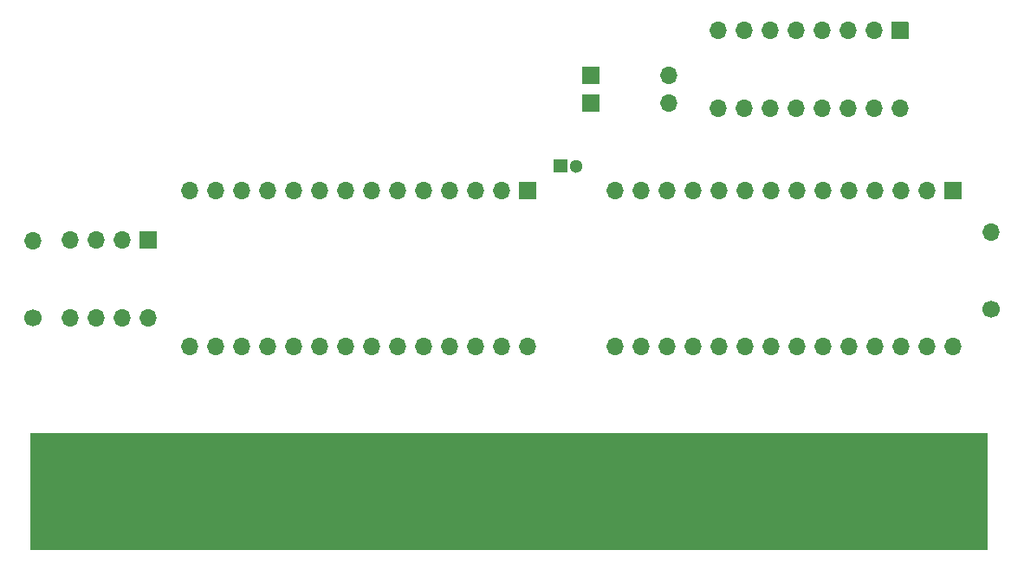
<source format=gbr>
%TF.GenerationSoftware,KiCad,Pcbnew,(5.1.9)-1*%
%TF.CreationDate,2022-04-25T20:02:04-07:00*%
%TF.ProjectId,NES-CN-ROM-256-05,4e45532d-434e-42d5-924f-4d2d3235362d,v01*%
%TF.SameCoordinates,Original*%
%TF.FileFunction,Soldermask,Bot*%
%TF.FilePolarity,Negative*%
%FSLAX46Y46*%
G04 Gerber Fmt 4.6, Leading zero omitted, Abs format (unit mm)*
G04 Created by KiCad (PCBNEW (5.1.9)-1) date 2022-04-25 20:02:04*
%MOMM*%
%LPD*%
G01*
G04 APERTURE LIST*
%ADD10C,0.100000*%
%ADD11C,1.300000*%
%ADD12O,1.700000X1.700000*%
%ADD13C,1.700000*%
G04 APERTURE END LIST*
D10*
%TO.C,EDGE1*%
G36*
X210000000Y-125000000D02*
G01*
X116500000Y-125000000D01*
X116500000Y-113700000D01*
X210000000Y-113700000D01*
X210000000Y-125000000D01*
G37*
X210000000Y-125000000D02*
X116500000Y-125000000D01*
X116500000Y-113700000D01*
X210000000Y-113700000D01*
X210000000Y-125000000D01*
%TD*%
%TO.C,C1*%
G36*
G01*
X167700000Y-88150000D02*
X167700000Y-86950000D01*
G75*
G02*
X167750000Y-86900000I50000J0D01*
G01*
X168950000Y-86900000D01*
G75*
G02*
X169000000Y-86950000I0J-50000D01*
G01*
X169000000Y-88150000D01*
G75*
G02*
X168950000Y-88200000I-50000J0D01*
G01*
X167750000Y-88200000D01*
G75*
G02*
X167700000Y-88150000I0J50000D01*
G01*
G37*
D11*
X169850000Y-87550000D03*
%TD*%
D12*
%TO.C,C2*%
X116800000Y-94900000D03*
D13*
X116800000Y-102400000D03*
%TD*%
%TO.C,C3*%
X210450000Y-101550000D03*
D12*
X210450000Y-94050000D03*
%TD*%
%TO.C,D1*%
X178920000Y-78700000D03*
G36*
G01*
X170450000Y-79500000D02*
X170450000Y-77900000D01*
G75*
G02*
X170500000Y-77850000I50000J0D01*
G01*
X172100000Y-77850000D01*
G75*
G02*
X172150000Y-77900000I0J-50000D01*
G01*
X172150000Y-79500000D01*
G75*
G02*
X172100000Y-79550000I-50000J0D01*
G01*
X170500000Y-79550000D01*
G75*
G02*
X170450000Y-79500000I0J50000D01*
G01*
G37*
%TD*%
%TO.C,D2*%
G36*
G01*
X170450000Y-82200000D02*
X170450000Y-80600000D01*
G75*
G02*
X170500000Y-80550000I50000J0D01*
G01*
X172100000Y-80550000D01*
G75*
G02*
X172150000Y-80600000I0J-50000D01*
G01*
X172150000Y-82200000D01*
G75*
G02*
X172100000Y-82250000I-50000J0D01*
G01*
X170500000Y-82250000D01*
G75*
G02*
X170450000Y-82200000I0J50000D01*
G01*
G37*
X178920000Y-81400000D03*
%TD*%
%TO.C,U2*%
X201500000Y-81920000D03*
X183720000Y-74300000D03*
X198960000Y-81920000D03*
X186260000Y-74300000D03*
X196420000Y-81920000D03*
X188800000Y-74300000D03*
X193880000Y-81920000D03*
X191340000Y-74300000D03*
X191340000Y-81920000D03*
X193880000Y-74300000D03*
X188800000Y-81920000D03*
X196420000Y-74300000D03*
X186260000Y-81920000D03*
X198960000Y-74300000D03*
X183720000Y-81920000D03*
G36*
G01*
X200700000Y-73450000D02*
X202300000Y-73450000D01*
G75*
G02*
X202350000Y-73500000I0J-50000D01*
G01*
X202350000Y-75100000D01*
G75*
G02*
X202300000Y-75150000I-50000J0D01*
G01*
X200700000Y-75150000D01*
G75*
G02*
X200650000Y-75100000I0J50000D01*
G01*
X200650000Y-73500000D01*
G75*
G02*
X200700000Y-73450000I50000J0D01*
G01*
G37*
%TD*%
%TO.C,U3*%
G36*
G01*
X127250000Y-93900000D02*
X128850000Y-93900000D01*
G75*
G02*
X128900000Y-93950000I0J-50000D01*
G01*
X128900000Y-95550000D01*
G75*
G02*
X128850000Y-95600000I-50000J0D01*
G01*
X127250000Y-95600000D01*
G75*
G02*
X127200000Y-95550000I0J50000D01*
G01*
X127200000Y-93950000D01*
G75*
G02*
X127250000Y-93900000I50000J0D01*
G01*
G37*
X120430000Y-102370000D03*
X125510000Y-94750000D03*
X122970000Y-102370000D03*
X122970000Y-94750000D03*
X125510000Y-102370000D03*
X120430000Y-94750000D03*
X128050000Y-102370000D03*
%TD*%
%TO.C,U4*%
G36*
G01*
X164350000Y-89100000D02*
X165950000Y-89100000D01*
G75*
G02*
X166000000Y-89150000I0J-50000D01*
G01*
X166000000Y-90750000D01*
G75*
G02*
X165950000Y-90800000I-50000J0D01*
G01*
X164350000Y-90800000D01*
G75*
G02*
X164300000Y-90750000I0J50000D01*
G01*
X164300000Y-89150000D01*
G75*
G02*
X164350000Y-89100000I50000J0D01*
G01*
G37*
X132130000Y-105190000D03*
X162610000Y-89950000D03*
X134670000Y-105190000D03*
X160070000Y-89950000D03*
X137210000Y-105190000D03*
X157530000Y-89950000D03*
X139750000Y-105190000D03*
X154990000Y-89950000D03*
X142290000Y-105190000D03*
X152450000Y-89950000D03*
X144830000Y-105190000D03*
X149910000Y-89950000D03*
X147370000Y-105190000D03*
X147370000Y-89950000D03*
X149910000Y-105190000D03*
X144830000Y-89950000D03*
X152450000Y-105190000D03*
X142290000Y-89950000D03*
X154990000Y-105190000D03*
X139750000Y-89950000D03*
X157530000Y-105190000D03*
X137210000Y-89950000D03*
X160070000Y-105190000D03*
X134670000Y-89950000D03*
X162610000Y-105190000D03*
X132130000Y-89950000D03*
X165150000Y-105190000D03*
%TD*%
%TO.C,U5*%
X206720000Y-105190000D03*
X173700000Y-89950000D03*
X204180000Y-105190000D03*
X176240000Y-89950000D03*
X201640000Y-105190000D03*
X178780000Y-89950000D03*
X199100000Y-105190000D03*
X181320000Y-89950000D03*
X196560000Y-105190000D03*
X183860000Y-89950000D03*
X194020000Y-105190000D03*
X186400000Y-89950000D03*
X191480000Y-105190000D03*
X188940000Y-89950000D03*
X188940000Y-105190000D03*
X191480000Y-89950000D03*
X186400000Y-105190000D03*
X194020000Y-89950000D03*
X183860000Y-105190000D03*
X196560000Y-89950000D03*
X181320000Y-105190000D03*
X199100000Y-89950000D03*
X178780000Y-105190000D03*
X201640000Y-89950000D03*
X176240000Y-105190000D03*
X204180000Y-89950000D03*
X173700000Y-105190000D03*
G36*
G01*
X205920000Y-89100000D02*
X207520000Y-89100000D01*
G75*
G02*
X207570000Y-89150000I0J-50000D01*
G01*
X207570000Y-90750000D01*
G75*
G02*
X207520000Y-90800000I-50000J0D01*
G01*
X205920000Y-90800000D01*
G75*
G02*
X205870000Y-90750000I0J50000D01*
G01*
X205870000Y-89150000D01*
G75*
G02*
X205920000Y-89100000I50000J0D01*
G01*
G37*
%TD*%
M02*

</source>
